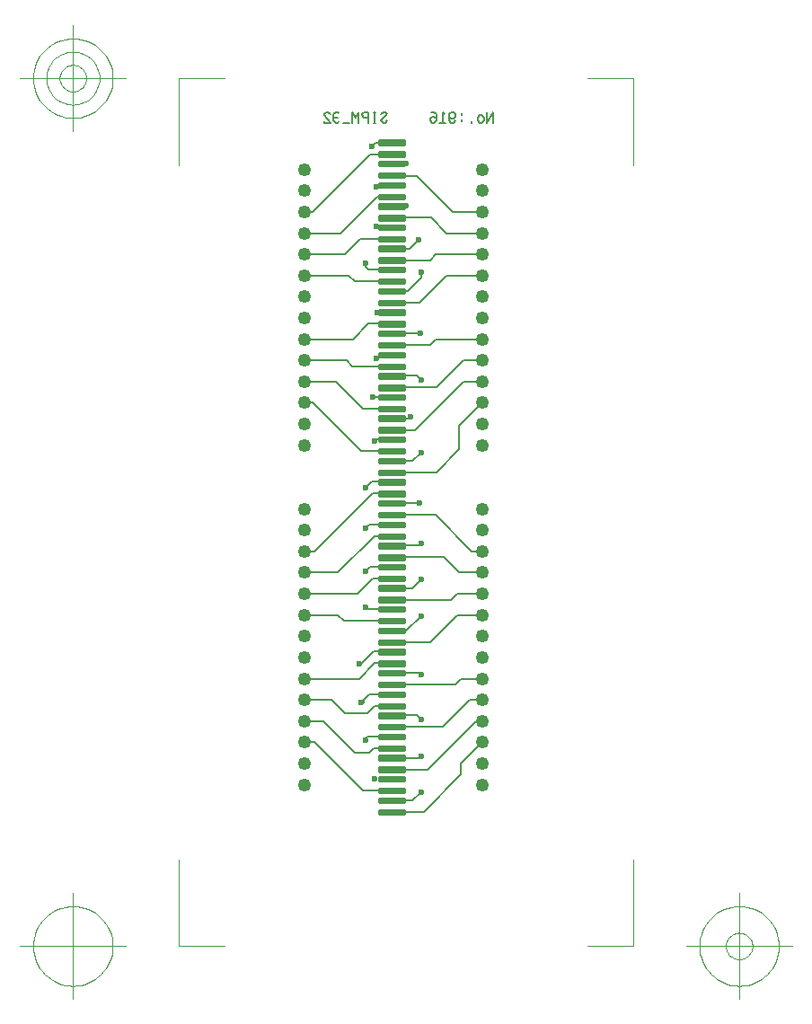
<source format=gbr>
G04 Generated by Ultiboard *
%FSLAX25Y25*%
%MOMM*%

%ADD10C,0.20000*%
%ADD11C,0.10000*%
%ADD12C,0.60000*%
%ADD13C,1.25000*%
%ADD14R,2.20000X0.20000*%
%ADD15C,0.40000*%


%LNCopper Bottom*%
%LPD*%
%FSLAX25Y25*%
%MOMM*%
G54D10*
X925000Y6585000D02*
X380000Y6040000D01*
X1700000Y6040000D02*
X1360000Y6380000D01*
X1360000Y6380000D02*
X1125000Y6380000D01*
X1125000Y6380000D02*
X1120000Y6385000D01*
X1535000Y3185000D02*
X1880000Y2840000D01*
X945000Y3385000D02*
X400000Y2840000D01*
X1120000Y3185000D02*
X1535000Y3185000D01*
X1425000Y385000D02*
X1780000Y740000D01*
X1605000Y1185000D02*
X1860000Y1440000D01*
X1120000Y1585000D02*
X1725000Y1585000D01*
X1615000Y2785000D02*
X1760000Y2640000D01*
X1485000Y1985000D02*
X1740000Y2240000D01*
X1465000Y785000D02*
X1680000Y1000000D01*
X1120000Y1185000D02*
X1605000Y1185000D01*
X1120000Y2385000D02*
X1685000Y2385000D01*
X1120000Y2785000D02*
X1615000Y2785000D01*
X910000Y940000D02*
X780000Y940000D01*
X780000Y940000D02*
X480000Y1240000D01*
X855000Y585000D02*
X560000Y880000D01*
X892700Y1312700D02*
X687300Y1312700D01*
X560000Y880000D02*
X400000Y1040000D01*
X400000Y1040000D02*
X300000Y1040000D01*
X560000Y1440000D02*
X300000Y1440000D01*
X480000Y1240000D02*
X300000Y1240000D01*
X687300Y1312700D02*
X560000Y1440000D01*
X1120000Y785000D02*
X1465000Y785000D01*
X1120000Y495000D02*
X1322600Y495000D01*
X1120000Y385000D02*
X1425000Y385000D01*
X1120000Y585000D02*
X855000Y585000D01*
X1322600Y495000D02*
X1400000Y572400D01*
X1120000Y895000D02*
X1382600Y895000D01*
X1120000Y1295000D02*
X1357400Y1295000D01*
X1120000Y1095000D02*
X895000Y1095000D01*
X955000Y985000D02*
X910000Y940000D01*
X1120000Y985000D02*
X955000Y985000D01*
X880000Y1080000D02*
X880000Y1060000D01*
X895000Y1095000D02*
X880000Y1080000D01*
X965000Y1385000D02*
X892700Y1312700D01*
X1120000Y1385000D02*
X965000Y1385000D01*
X915000Y1495000D02*
X860000Y1440000D01*
X915000Y1495000D02*
X1120000Y1495000D01*
X860000Y1440000D02*
X860000Y1420000D01*
X1382600Y895000D02*
X1400000Y912400D01*
X1357400Y1295000D02*
X1400000Y1252400D01*
X965000Y1785000D02*
X820000Y1640000D01*
X820000Y1640000D02*
X300000Y1640000D01*
X840000Y1780000D02*
X820000Y1780000D01*
X1120000Y2185000D02*
X675000Y2185000D01*
X945000Y2585000D02*
X800000Y2440000D01*
X800000Y2440000D02*
X300000Y2440000D01*
X965000Y2985000D02*
X620000Y2640000D01*
X620000Y2240000D02*
X300000Y2240000D01*
X675000Y2185000D02*
X620000Y2240000D01*
X400000Y2840000D02*
X300000Y2840000D01*
X620000Y2640000D02*
X300000Y2640000D01*
X1120000Y1695000D02*
X1385000Y1695000D01*
X1120000Y1985000D02*
X1485000Y1985000D01*
X1120000Y2095000D02*
X1262600Y2095000D01*
X955000Y1895000D02*
X840000Y1780000D01*
X1120000Y1785000D02*
X965000Y1785000D01*
X1120000Y1895000D02*
X955000Y1895000D01*
X1120000Y2295000D02*
X897400Y2295000D01*
X897400Y2295000D02*
X880000Y2312400D01*
X1385000Y1695000D02*
X1400000Y1680000D01*
X1262600Y2095000D02*
X1400000Y2232400D01*
X1120000Y2495000D02*
X1322600Y2495000D01*
X1120000Y2895000D02*
X1382600Y2895000D01*
X922600Y2695000D02*
X1120000Y2695000D01*
X922600Y2695000D02*
X880000Y2652400D01*
X1120000Y2585000D02*
X945000Y2585000D01*
X1120000Y3095000D02*
X915000Y3095000D01*
X915000Y3095000D02*
X880000Y3060000D01*
X1120000Y2985000D02*
X965000Y2985000D01*
X1322600Y2495000D02*
X1400000Y2572400D01*
X1382600Y2895000D02*
X1400000Y2912400D01*
X1725000Y1585000D02*
X1780000Y1640000D01*
X1780000Y740000D02*
X1780000Y840000D01*
X1780000Y840000D02*
X1980000Y1040000D01*
X1860000Y1440000D02*
X1980000Y1440000D01*
X1920000Y1240000D02*
X1980000Y1240000D01*
X1680000Y1000000D02*
X1920000Y1240000D01*
X1685000Y2385000D02*
X1740000Y2440000D01*
X1740000Y2240000D02*
X1980000Y2240000D01*
X1780000Y1640000D02*
X1980000Y1640000D01*
X1760000Y2640000D02*
X1980000Y2640000D01*
X1740000Y2440000D02*
X1980000Y2440000D01*
X1880000Y2840000D02*
X1980000Y2840000D01*
X1980000Y5640000D02*
X1540000Y5640000D01*
X1540000Y4840000D02*
X1980000Y4840000D01*
X1345000Y3985000D02*
X1800000Y4440000D01*
X1545000Y4385000D02*
X1800000Y4640000D01*
X1545000Y3585000D02*
X1760000Y3800000D01*
X1640000Y5840000D02*
X1495000Y5985000D01*
X1385000Y5185000D02*
X1640000Y5440000D01*
X1120000Y4785000D02*
X1485000Y4785000D01*
X1485000Y4785000D02*
X1540000Y4840000D01*
X755000Y4585000D02*
X1120000Y4585000D01*
X600000Y4440000D02*
X855000Y4185000D01*
X380000Y4240000D02*
X835000Y3785000D01*
X380000Y4240000D02*
X300000Y4240000D01*
X300000Y4640000D02*
X700000Y4640000D01*
X300000Y4440000D02*
X600000Y4440000D01*
X700000Y4640000D02*
X755000Y4585000D01*
X1120000Y3985000D02*
X1345000Y3985000D01*
X1120000Y3295000D02*
X1385000Y3295000D01*
X1120000Y3585000D02*
X1545000Y3585000D01*
X1120000Y3695000D02*
X1322600Y3695000D01*
X935000Y3495000D02*
X880000Y3440000D01*
X1120000Y3385000D02*
X945000Y3385000D01*
X1120000Y3495000D02*
X935000Y3495000D01*
X835000Y3785000D02*
X1120000Y3785000D01*
X975000Y3895000D02*
X960000Y3880000D01*
X1120000Y3895000D02*
X975000Y3895000D01*
X1322600Y3695000D02*
X1400000Y3772400D01*
X1120000Y4095000D02*
X1282600Y4095000D01*
X1120000Y4495000D02*
X1357400Y4495000D01*
X1120000Y4385000D02*
X1545000Y4385000D01*
X855000Y4185000D02*
X1120000Y4185000D01*
X1120000Y4295000D02*
X945000Y4295000D01*
X1282600Y4095000D02*
X1300000Y4112400D01*
X1357400Y4495000D02*
X1400000Y4452400D01*
X760000Y4840000D02*
X905000Y4985000D01*
X985000Y6185000D02*
X640000Y5840000D01*
X825000Y5785000D02*
X1120000Y5785000D01*
X775000Y5385000D02*
X1120000Y5385000D01*
X720000Y5440000D02*
X775000Y5385000D01*
X680000Y5640000D02*
X825000Y5785000D01*
X300000Y4840000D02*
X760000Y4840000D01*
X300000Y5440000D02*
X720000Y5440000D01*
X640000Y5840000D02*
X300000Y5840000D01*
X300000Y5640000D02*
X680000Y5640000D01*
X380000Y6040000D02*
X300000Y6040000D01*
X1485000Y5585000D02*
X1120000Y5585000D01*
X1540000Y5640000D02*
X1485000Y5585000D01*
X1120000Y4895000D02*
X1395000Y4895000D01*
X1120000Y5185000D02*
X1385000Y5185000D01*
X1120000Y5295000D02*
X1275000Y5295000D01*
X905000Y4985000D02*
X1120000Y4985000D01*
X1120000Y5095000D02*
X985000Y5095000D01*
X905000Y5495000D02*
X1120000Y5495000D01*
X905000Y5495000D02*
X880000Y5520000D01*
X880000Y5520000D02*
X880000Y5552400D01*
X1275000Y5295000D02*
X1400000Y5420000D01*
X1400000Y5420000D02*
X1400000Y5472400D01*
X1295000Y5695000D02*
X1120000Y5695000D01*
X1495000Y5985000D02*
X1120000Y5985000D01*
X1120000Y6185000D02*
X985000Y6185000D01*
X1380000Y5780000D02*
X1295000Y5695000D01*
X1760000Y4020000D02*
X1980000Y4240000D01*
X1760000Y3800000D02*
X1760000Y4020000D01*
X1800000Y4640000D02*
X1980000Y4640000D01*
X1800000Y4440000D02*
X1980000Y4440000D01*
X1640000Y5440000D02*
X1980000Y5440000D01*
X1640000Y5840000D02*
X1980000Y5840000D01*
X1700000Y6040000D02*
X1980000Y6040000D01*
X2083645Y6880000D02*
X2083645Y6980000D01*
X2083645Y6980000D02*
X2023911Y6880000D01*
X2023911Y6880000D02*
X2023911Y6980000D01*
X1994045Y6900000D02*
X1974133Y6880000D01*
X1974133Y6880000D02*
X1954222Y6880000D01*
X1954222Y6880000D02*
X1934311Y6900000D01*
X1934311Y6900000D02*
X1934311Y6930000D01*
X1934311Y6930000D02*
X1954222Y6950000D01*
X1954222Y6950000D02*
X1974133Y6950000D01*
X1974133Y6950000D02*
X1994045Y6930000D01*
X1994045Y6930000D02*
X1994045Y6900000D01*
X1874578Y6880000D02*
X1874578Y6890000D01*
X1784978Y6970000D02*
X1784978Y6950000D01*
X1784978Y6890000D02*
X1784978Y6910000D01*
X1725245Y6900000D02*
X1705333Y6880000D01*
X1705333Y6880000D02*
X1685422Y6880000D01*
X1685422Y6880000D02*
X1665511Y6900000D01*
X1665511Y6900000D02*
X1665511Y6940000D01*
X1665511Y6940000D02*
X1665511Y6960000D01*
X1665511Y6960000D02*
X1685422Y6980000D01*
X1685422Y6980000D02*
X1705333Y6980000D01*
X1705333Y6980000D02*
X1725245Y6960000D01*
X1725245Y6960000D02*
X1725245Y6940000D01*
X1725245Y6940000D02*
X1705333Y6920000D01*
X1705333Y6920000D02*
X1685422Y6920000D01*
X1685422Y6920000D02*
X1665511Y6940000D01*
X1625689Y6960000D02*
X1605778Y6980000D01*
X1605778Y6980000D02*
X1605778Y6880000D01*
X1635645Y6880000D02*
X1575911Y6880000D01*
X1496267Y6980000D02*
X1526133Y6980000D01*
X1526133Y6980000D02*
X1546045Y6960000D01*
X1546045Y6960000D02*
X1546045Y6920000D01*
X1546045Y6920000D02*
X1546045Y6900000D01*
X1546045Y6900000D02*
X1526133Y6880000D01*
X1526133Y6880000D02*
X1506222Y6880000D01*
X1506222Y6880000D02*
X1486311Y6900000D01*
X1486311Y6900000D02*
X1486311Y6920000D01*
X1486311Y6920000D02*
X1506222Y6940000D01*
X1506222Y6940000D02*
X1526133Y6940000D01*
X1526133Y6940000D02*
X1546045Y6920000D01*
X1083645Y6900000D02*
X1063733Y6880000D01*
X1063733Y6880000D02*
X1043822Y6880000D01*
X1043822Y6880000D02*
X1023911Y6900000D01*
X1023911Y6900000D02*
X1083645Y6960000D01*
X1083645Y6960000D02*
X1063733Y6980000D01*
X1063733Y6980000D02*
X1043822Y6980000D01*
X1043822Y6980000D02*
X1023911Y6960000D01*
X974133Y6880000D02*
X954222Y6880000D01*
X974133Y6980000D02*
X954222Y6980000D01*
X964178Y6880000D02*
X964178Y6980000D01*
X904445Y6880000D02*
X904445Y6980000D01*
X904445Y6980000D02*
X864622Y6980000D01*
X864622Y6980000D02*
X844711Y6960000D01*
X844711Y6960000D02*
X844711Y6950000D01*
X844711Y6950000D02*
X864622Y6930000D01*
X864622Y6930000D02*
X904445Y6930000D01*
X814845Y6880000D02*
X814845Y6980000D01*
X814845Y6980000D02*
X784978Y6930000D01*
X784978Y6930000D02*
X755111Y6980000D01*
X755111Y6980000D02*
X755111Y6880000D01*
X725245Y6880000D02*
X665511Y6880000D01*
X625689Y6970000D02*
X615733Y6980000D01*
X615733Y6980000D02*
X595822Y6980000D01*
X595822Y6980000D02*
X575911Y6960000D01*
X575911Y6960000D02*
X575911Y6940000D01*
X575911Y6940000D02*
X585867Y6930000D01*
X585867Y6930000D02*
X575911Y6920000D01*
X575911Y6920000D02*
X575911Y6900000D01*
X575911Y6900000D02*
X595822Y6880000D01*
X595822Y6880000D02*
X615733Y6880000D01*
X615733Y6880000D02*
X625689Y6890000D01*
X615733Y6930000D02*
X585867Y6930000D01*
X546045Y6960000D02*
X526133Y6980000D01*
X526133Y6980000D02*
X506222Y6980000D01*
X506222Y6980000D02*
X486311Y6960000D01*
X486311Y6960000D02*
X486311Y6950000D01*
X486311Y6950000D02*
X546045Y6880000D01*
X546045Y6880000D02*
X486311Y6880000D01*
X486311Y6880000D02*
X486311Y6890000D01*
X940000Y6660000D02*
X975000Y6695000D01*
X1120000Y6585000D02*
X925000Y6585000D01*
X1120000Y6695000D02*
X975000Y6695000D01*
G54D11*
X-880000Y-880000D02*
X-880000Y-62000D01*
X-880000Y-880000D02*
X-452000Y-880000D01*
X3400000Y-880000D02*
X2972000Y-880000D01*
X3400000Y-880000D02*
X3400000Y-62000D01*
X3400000Y7300000D02*
X3400000Y6482000D01*
X3400000Y7300000D02*
X2972000Y7300000D01*
X-880000Y7300000D02*
X-452000Y7300000D01*
X-880000Y7300000D02*
X-880000Y6482000D01*
X-1380000Y-880000D02*
X-2380000Y-880000D01*
X-1880000Y-1380000D02*
X-1880000Y-380000D01*
X-1505000Y-880000D02*
X-1506806Y-843244D01*
X-1506806Y-843244D02*
X-1512206Y-806841D01*
X-1512206Y-806841D02*
X-1521147Y-771143D01*
X-1521147Y-771143D02*
X-1533545Y-736494D01*
X-1533545Y-736494D02*
X-1549280Y-703226D01*
X-1549280Y-703226D02*
X-1568199Y-671661D01*
X-1568199Y-671661D02*
X-1590121Y-642103D01*
X-1590121Y-642103D02*
X-1614835Y-614835D01*
X-1614835Y-614835D02*
X-1642103Y-590121D01*
X-1642103Y-590121D02*
X-1671661Y-568199D01*
X-1671661Y-568199D02*
X-1703226Y-549280D01*
X-1703226Y-549280D02*
X-1736494Y-533545D01*
X-1736494Y-533545D02*
X-1771143Y-521147D01*
X-1771143Y-521147D02*
X-1806841Y-512206D01*
X-1806841Y-512206D02*
X-1843244Y-506806D01*
X-1843244Y-506806D02*
X-1880000Y-505000D01*
X-1880000Y-505000D02*
X-1916756Y-506806D01*
X-1916756Y-506806D02*
X-1953159Y-512206D01*
X-1953159Y-512206D02*
X-1988857Y-521147D01*
X-1988857Y-521147D02*
X-2023506Y-533545D01*
X-2023506Y-533545D02*
X-2056774Y-549280D01*
X-2056774Y-549280D02*
X-2088339Y-568199D01*
X-2088339Y-568199D02*
X-2117897Y-590121D01*
X-2117897Y-590121D02*
X-2145165Y-614835D01*
X-2145165Y-614835D02*
X-2169879Y-642103D01*
X-2169879Y-642103D02*
X-2191801Y-671661D01*
X-2191801Y-671661D02*
X-2210720Y-703226D01*
X-2210720Y-703226D02*
X-2226455Y-736494D01*
X-2226455Y-736494D02*
X-2238853Y-771143D01*
X-2238853Y-771143D02*
X-2247794Y-806841D01*
X-2247794Y-806841D02*
X-2253194Y-843244D01*
X-2253194Y-843244D02*
X-2255000Y-880000D01*
X-2255000Y-880000D02*
X-2253194Y-916756D01*
X-2253194Y-916756D02*
X-2247794Y-953159D01*
X-2247794Y-953159D02*
X-2238853Y-988857D01*
X-2238853Y-988857D02*
X-2226455Y-1023506D01*
X-2226455Y-1023506D02*
X-2210720Y-1056774D01*
X-2210720Y-1056774D02*
X-2191801Y-1088339D01*
X-2191801Y-1088339D02*
X-2169879Y-1117897D01*
X-2169879Y-1117897D02*
X-2145165Y-1145165D01*
X-2145165Y-1145165D02*
X-2117897Y-1169879D01*
X-2117897Y-1169879D02*
X-2088339Y-1191801D01*
X-2088339Y-1191801D02*
X-2056774Y-1210720D01*
X-2056774Y-1210720D02*
X-2023506Y-1226455D01*
X-2023506Y-1226455D02*
X-1988857Y-1238853D01*
X-1988857Y-1238853D02*
X-1953159Y-1247794D01*
X-1953159Y-1247794D02*
X-1916756Y-1253194D01*
X-1916756Y-1253194D02*
X-1880000Y-1255000D01*
X-1880000Y-1255000D02*
X-1843244Y-1253194D01*
X-1843244Y-1253194D02*
X-1806841Y-1247794D01*
X-1806841Y-1247794D02*
X-1771143Y-1238853D01*
X-1771143Y-1238853D02*
X-1736494Y-1226455D01*
X-1736494Y-1226455D02*
X-1703226Y-1210720D01*
X-1703226Y-1210720D02*
X-1671661Y-1191801D01*
X-1671661Y-1191801D02*
X-1642103Y-1169879D01*
X-1642103Y-1169879D02*
X-1614835Y-1145165D01*
X-1614835Y-1145165D02*
X-1590121Y-1117897D01*
X-1590121Y-1117897D02*
X-1568199Y-1088339D01*
X-1568199Y-1088339D02*
X-1549280Y-1056774D01*
X-1549280Y-1056774D02*
X-1533545Y-1023506D01*
X-1533545Y-1023506D02*
X-1521147Y-988857D01*
X-1521147Y-988857D02*
X-1512206Y-953159D01*
X-1512206Y-953159D02*
X-1506806Y-916756D01*
X-1506806Y-916756D02*
X-1505000Y-880000D01*
X3900000Y-880000D02*
X4900000Y-880000D01*
X4400000Y-1380000D02*
X4400000Y-380000D01*
X4775000Y-880000D02*
X4773194Y-843244D01*
X4773194Y-843244D02*
X4767795Y-806841D01*
X4767795Y-806841D02*
X4758853Y-771143D01*
X4758853Y-771143D02*
X4746455Y-736494D01*
X4746455Y-736494D02*
X4730721Y-703226D01*
X4730721Y-703226D02*
X4711801Y-671661D01*
X4711801Y-671661D02*
X4689879Y-642103D01*
X4689879Y-642103D02*
X4665165Y-614835D01*
X4665165Y-614835D02*
X4637898Y-590121D01*
X4637898Y-590121D02*
X4608339Y-568199D01*
X4608339Y-568199D02*
X4576774Y-549280D01*
X4576774Y-549280D02*
X4543506Y-533545D01*
X4543506Y-533545D02*
X4508857Y-521147D01*
X4508857Y-521147D02*
X4473159Y-512206D01*
X4473159Y-512206D02*
X4436757Y-506806D01*
X4436757Y-506806D02*
X4400000Y-505000D01*
X4400000Y-505000D02*
X4363244Y-506806D01*
X4363244Y-506806D02*
X4326841Y-512206D01*
X4326841Y-512206D02*
X4291143Y-521147D01*
X4291143Y-521147D02*
X4256494Y-533545D01*
X4256494Y-533545D02*
X4223226Y-549280D01*
X4223226Y-549280D02*
X4191661Y-568199D01*
X4191661Y-568199D02*
X4162103Y-590121D01*
X4162103Y-590121D02*
X4134835Y-614835D01*
X4134835Y-614835D02*
X4110121Y-642103D01*
X4110121Y-642103D02*
X4088199Y-671661D01*
X4088199Y-671661D02*
X4069280Y-703226D01*
X4069280Y-703226D02*
X4053545Y-736494D01*
X4053545Y-736494D02*
X4041148Y-771143D01*
X4041148Y-771143D02*
X4032206Y-806841D01*
X4032206Y-806841D02*
X4026806Y-843244D01*
X4026806Y-843244D02*
X4025000Y-880000D01*
X4025000Y-880000D02*
X4026806Y-916756D01*
X4026806Y-916756D02*
X4032206Y-953159D01*
X4032206Y-953159D02*
X4041148Y-988857D01*
X4041148Y-988857D02*
X4053545Y-1023506D01*
X4053545Y-1023506D02*
X4069280Y-1056774D01*
X4069280Y-1056774D02*
X4088199Y-1088339D01*
X4088199Y-1088339D02*
X4110121Y-1117897D01*
X4110121Y-1117897D02*
X4134835Y-1145165D01*
X4134835Y-1145165D02*
X4162103Y-1169879D01*
X4162103Y-1169879D02*
X4191661Y-1191801D01*
X4191661Y-1191801D02*
X4223226Y-1210720D01*
X4223226Y-1210720D02*
X4256494Y-1226455D01*
X4256494Y-1226455D02*
X4291143Y-1238853D01*
X4291143Y-1238853D02*
X4326841Y-1247794D01*
X4326841Y-1247794D02*
X4363244Y-1253194D01*
X4363244Y-1253194D02*
X4400000Y-1255000D01*
X4400000Y-1255000D02*
X4436757Y-1253194D01*
X4436757Y-1253194D02*
X4473159Y-1247794D01*
X4473159Y-1247794D02*
X4508857Y-1238853D01*
X4508857Y-1238853D02*
X4543506Y-1226455D01*
X4543506Y-1226455D02*
X4576774Y-1210720D01*
X4576774Y-1210720D02*
X4608339Y-1191801D01*
X4608339Y-1191801D02*
X4637898Y-1169879D01*
X4637898Y-1169879D02*
X4665165Y-1145165D01*
X4665165Y-1145165D02*
X4689879Y-1117897D01*
X4689879Y-1117897D02*
X4711801Y-1088339D01*
X4711801Y-1088339D02*
X4730721Y-1056774D01*
X4730721Y-1056774D02*
X4746455Y-1023506D01*
X4746455Y-1023506D02*
X4758853Y-988857D01*
X4758853Y-988857D02*
X4767795Y-953159D01*
X4767795Y-953159D02*
X4773194Y-916756D01*
X4773194Y-916756D02*
X4775000Y-880000D01*
X4525000Y-880000D02*
X4524398Y-867748D01*
X4524398Y-867748D02*
X4522598Y-855614D01*
X4522598Y-855614D02*
X4519618Y-843715D01*
X4519618Y-843715D02*
X4515485Y-832165D01*
X4515485Y-832165D02*
X4510240Y-821076D01*
X4510240Y-821076D02*
X4503934Y-810554D01*
X4503934Y-810554D02*
X4496626Y-800701D01*
X4496626Y-800701D02*
X4488388Y-791612D01*
X4488388Y-791612D02*
X4479299Y-783374D01*
X4479299Y-783374D02*
X4469446Y-776066D01*
X4469446Y-776066D02*
X4458925Y-769760D01*
X4458925Y-769760D02*
X4447836Y-764515D01*
X4447836Y-764515D02*
X4436286Y-760383D01*
X4436286Y-760383D02*
X4424386Y-757402D01*
X4424386Y-757402D02*
X4412252Y-755602D01*
X4412252Y-755602D02*
X4400000Y-755000D01*
X4400000Y-755000D02*
X4387748Y-755602D01*
X4387748Y-755602D02*
X4375614Y-757402D01*
X4375614Y-757402D02*
X4363715Y-760383D01*
X4363715Y-760383D02*
X4352165Y-764515D01*
X4352165Y-764515D02*
X4341076Y-769760D01*
X4341076Y-769760D02*
X4330554Y-776066D01*
X4330554Y-776066D02*
X4320701Y-783374D01*
X4320701Y-783374D02*
X4311612Y-791612D01*
X4311612Y-791612D02*
X4303374Y-800701D01*
X4303374Y-800701D02*
X4296066Y-810554D01*
X4296066Y-810554D02*
X4289760Y-821076D01*
X4289760Y-821076D02*
X4284515Y-832165D01*
X4284515Y-832165D02*
X4280383Y-843715D01*
X4280383Y-843715D02*
X4277402Y-855614D01*
X4277402Y-855614D02*
X4275602Y-867748D01*
X4275602Y-867748D02*
X4275000Y-880000D01*
X4275000Y-880000D02*
X4275602Y-892252D01*
X4275602Y-892252D02*
X4277402Y-904386D01*
X4277402Y-904386D02*
X4280383Y-916286D01*
X4280383Y-916286D02*
X4284515Y-927835D01*
X4284515Y-927835D02*
X4289760Y-938925D01*
X4289760Y-938925D02*
X4296066Y-949446D01*
X4296066Y-949446D02*
X4303374Y-959299D01*
X4303374Y-959299D02*
X4311612Y-968388D01*
X4311612Y-968388D02*
X4320701Y-976626D01*
X4320701Y-976626D02*
X4330554Y-983934D01*
X4330554Y-983934D02*
X4341076Y-990240D01*
X4341076Y-990240D02*
X4352165Y-995485D01*
X4352165Y-995485D02*
X4363715Y-999618D01*
X4363715Y-999618D02*
X4375614Y-1002598D01*
X4375614Y-1002598D02*
X4387748Y-1004398D01*
X4387748Y-1004398D02*
X4400000Y-1005000D01*
X4400000Y-1005000D02*
X4412252Y-1004398D01*
X4412252Y-1004398D02*
X4424386Y-1002598D01*
X4424386Y-1002598D02*
X4436286Y-999618D01*
X4436286Y-999618D02*
X4447836Y-995485D01*
X4447836Y-995485D02*
X4458925Y-990240D01*
X4458925Y-990240D02*
X4469446Y-983934D01*
X4469446Y-983934D02*
X4479299Y-976626D01*
X4479299Y-976626D02*
X4488388Y-968388D01*
X4488388Y-968388D02*
X4496626Y-959299D01*
X4496626Y-959299D02*
X4503934Y-949446D01*
X4503934Y-949446D02*
X4510240Y-938925D01*
X4510240Y-938925D02*
X4515485Y-927835D01*
X4515485Y-927835D02*
X4519618Y-916286D01*
X4519618Y-916286D02*
X4522598Y-904386D01*
X4522598Y-904386D02*
X4524398Y-892252D01*
X4524398Y-892252D02*
X4525000Y-880000D01*
X-1380000Y7300000D02*
X-2380000Y7300000D01*
X-1880000Y6800000D02*
X-1880000Y7800000D01*
X-1505000Y7300000D02*
X-1506806Y7336757D01*
X-1506806Y7336757D02*
X-1512206Y7373159D01*
X-1512206Y7373159D02*
X-1521147Y7408857D01*
X-1521147Y7408857D02*
X-1533545Y7443506D01*
X-1533545Y7443506D02*
X-1549280Y7476774D01*
X-1549280Y7476774D02*
X-1568199Y7508339D01*
X-1568199Y7508339D02*
X-1590121Y7537898D01*
X-1590121Y7537898D02*
X-1614835Y7565165D01*
X-1614835Y7565165D02*
X-1642103Y7589879D01*
X-1642103Y7589879D02*
X-1671661Y7611801D01*
X-1671661Y7611801D02*
X-1703226Y7630721D01*
X-1703226Y7630721D02*
X-1736494Y7646455D01*
X-1736494Y7646455D02*
X-1771143Y7658853D01*
X-1771143Y7658853D02*
X-1806841Y7667795D01*
X-1806841Y7667795D02*
X-1843244Y7673194D01*
X-1843244Y7673194D02*
X-1880000Y7675000D01*
X-1880000Y7675000D02*
X-1916756Y7673194D01*
X-1916756Y7673194D02*
X-1953159Y7667795D01*
X-1953159Y7667795D02*
X-1988857Y7658853D01*
X-1988857Y7658853D02*
X-2023506Y7646455D01*
X-2023506Y7646455D02*
X-2056774Y7630721D01*
X-2056774Y7630721D02*
X-2088339Y7611801D01*
X-2088339Y7611801D02*
X-2117897Y7589879D01*
X-2117897Y7589879D02*
X-2145165Y7565165D01*
X-2145165Y7565165D02*
X-2169879Y7537898D01*
X-2169879Y7537898D02*
X-2191801Y7508339D01*
X-2191801Y7508339D02*
X-2210720Y7476774D01*
X-2210720Y7476774D02*
X-2226455Y7443506D01*
X-2226455Y7443506D02*
X-2238853Y7408857D01*
X-2238853Y7408857D02*
X-2247794Y7373159D01*
X-2247794Y7373159D02*
X-2253194Y7336757D01*
X-2253194Y7336757D02*
X-2255000Y7300000D01*
X-2255000Y7300000D02*
X-2253194Y7263244D01*
X-2253194Y7263244D02*
X-2247794Y7226841D01*
X-2247794Y7226841D02*
X-2238853Y7191143D01*
X-2238853Y7191143D02*
X-2226455Y7156494D01*
X-2226455Y7156494D02*
X-2210720Y7123226D01*
X-2210720Y7123226D02*
X-2191801Y7091661D01*
X-2191801Y7091661D02*
X-2169879Y7062103D01*
X-2169879Y7062103D02*
X-2145165Y7034835D01*
X-2145165Y7034835D02*
X-2117897Y7010121D01*
X-2117897Y7010121D02*
X-2088339Y6988199D01*
X-2088339Y6988199D02*
X-2056774Y6969280D01*
X-2056774Y6969280D02*
X-2023506Y6953545D01*
X-2023506Y6953545D02*
X-1988857Y6941148D01*
X-1988857Y6941148D02*
X-1953159Y6932206D01*
X-1953159Y6932206D02*
X-1916756Y6926806D01*
X-1916756Y6926806D02*
X-1880000Y6925000D01*
X-1880000Y6925000D02*
X-1843244Y6926806D01*
X-1843244Y6926806D02*
X-1806841Y6932206D01*
X-1806841Y6932206D02*
X-1771143Y6941148D01*
X-1771143Y6941148D02*
X-1736494Y6953545D01*
X-1736494Y6953545D02*
X-1703226Y6969280D01*
X-1703226Y6969280D02*
X-1671661Y6988199D01*
X-1671661Y6988199D02*
X-1642103Y7010121D01*
X-1642103Y7010121D02*
X-1614835Y7034835D01*
X-1614835Y7034835D02*
X-1590121Y7062103D01*
X-1590121Y7062103D02*
X-1568199Y7091661D01*
X-1568199Y7091661D02*
X-1549280Y7123226D01*
X-1549280Y7123226D02*
X-1533545Y7156494D01*
X-1533545Y7156494D02*
X-1521147Y7191143D01*
X-1521147Y7191143D02*
X-1512206Y7226841D01*
X-1512206Y7226841D02*
X-1506806Y7263244D01*
X-1506806Y7263244D02*
X-1505000Y7300000D01*
X-1630000Y7300000D02*
X-1631204Y7324504D01*
X-1631204Y7324504D02*
X-1634804Y7348773D01*
X-1634804Y7348773D02*
X-1640765Y7372571D01*
X-1640765Y7372571D02*
X-1649030Y7395671D01*
X-1649030Y7395671D02*
X-1659520Y7417849D01*
X-1659520Y7417849D02*
X-1672133Y7438893D01*
X-1672133Y7438893D02*
X-1686747Y7458598D01*
X-1686747Y7458598D02*
X-1703223Y7476777D01*
X-1703223Y7476777D02*
X-1721402Y7493253D01*
X-1721402Y7493253D02*
X-1741108Y7507868D01*
X-1741108Y7507868D02*
X-1762151Y7520480D01*
X-1762151Y7520480D02*
X-1784329Y7530970D01*
X-1784329Y7530970D02*
X-1807429Y7539235D01*
X-1807429Y7539235D02*
X-1831228Y7545196D01*
X-1831228Y7545196D02*
X-1855496Y7548796D01*
X-1855496Y7548796D02*
X-1880000Y7550000D01*
X-1880000Y7550000D02*
X-1904504Y7548796D01*
X-1904504Y7548796D02*
X-1928773Y7545196D01*
X-1928773Y7545196D02*
X-1952571Y7539235D01*
X-1952571Y7539235D02*
X-1975671Y7530970D01*
X-1975671Y7530970D02*
X-1997849Y7520480D01*
X-1997849Y7520480D02*
X-2018893Y7507868D01*
X-2018893Y7507868D02*
X-2038598Y7493253D01*
X-2038598Y7493253D02*
X-2056777Y7476777D01*
X-2056777Y7476777D02*
X-2073253Y7458598D01*
X-2073253Y7458598D02*
X-2087867Y7438893D01*
X-2087867Y7438893D02*
X-2100480Y7417849D01*
X-2100480Y7417849D02*
X-2110970Y7395671D01*
X-2110970Y7395671D02*
X-2119235Y7372571D01*
X-2119235Y7372571D02*
X-2125196Y7348773D01*
X-2125196Y7348773D02*
X-2128796Y7324504D01*
X-2128796Y7324504D02*
X-2130000Y7300000D01*
X-2130000Y7300000D02*
X-2128796Y7275496D01*
X-2128796Y7275496D02*
X-2125196Y7251228D01*
X-2125196Y7251228D02*
X-2119235Y7227429D01*
X-2119235Y7227429D02*
X-2110970Y7204329D01*
X-2110970Y7204329D02*
X-2100480Y7182151D01*
X-2100480Y7182151D02*
X-2087867Y7161108D01*
X-2087867Y7161108D02*
X-2073253Y7141402D01*
X-2073253Y7141402D02*
X-2056777Y7123223D01*
X-2056777Y7123223D02*
X-2038598Y7106748D01*
X-2038598Y7106748D02*
X-2018893Y7092133D01*
X-2018893Y7092133D02*
X-1997849Y7079520D01*
X-1997849Y7079520D02*
X-1975671Y7069030D01*
X-1975671Y7069030D02*
X-1952571Y7060765D01*
X-1952571Y7060765D02*
X-1928773Y7054804D01*
X-1928773Y7054804D02*
X-1904504Y7051204D01*
X-1904504Y7051204D02*
X-1880000Y7050000D01*
X-1880000Y7050000D02*
X-1855496Y7051204D01*
X-1855496Y7051204D02*
X-1831228Y7054804D01*
X-1831228Y7054804D02*
X-1807429Y7060765D01*
X-1807429Y7060765D02*
X-1784329Y7069030D01*
X-1784329Y7069030D02*
X-1762151Y7079520D01*
X-1762151Y7079520D02*
X-1741108Y7092133D01*
X-1741108Y7092133D02*
X-1721402Y7106748D01*
X-1721402Y7106748D02*
X-1703223Y7123223D01*
X-1703223Y7123223D02*
X-1686747Y7141402D01*
X-1686747Y7141402D02*
X-1672133Y7161108D01*
X-1672133Y7161108D02*
X-1659520Y7182151D01*
X-1659520Y7182151D02*
X-1649030Y7204329D01*
X-1649030Y7204329D02*
X-1640765Y7227429D01*
X-1640765Y7227429D02*
X-1634804Y7251228D01*
X-1634804Y7251228D02*
X-1631204Y7275496D01*
X-1631204Y7275496D02*
X-1630000Y7300000D01*
X-1755000Y7300000D02*
X-1755602Y7312252D01*
X-1755602Y7312252D02*
X-1757402Y7324386D01*
X-1757402Y7324386D02*
X-1760383Y7336286D01*
X-1760383Y7336286D02*
X-1764515Y7347836D01*
X-1764515Y7347836D02*
X-1769760Y7358925D01*
X-1769760Y7358925D02*
X-1776066Y7369446D01*
X-1776066Y7369446D02*
X-1783374Y7379299D01*
X-1783374Y7379299D02*
X-1791612Y7388388D01*
X-1791612Y7388388D02*
X-1800701Y7396626D01*
X-1800701Y7396626D02*
X-1810554Y7403934D01*
X-1810554Y7403934D02*
X-1821076Y7410240D01*
X-1821076Y7410240D02*
X-1832165Y7415485D01*
X-1832165Y7415485D02*
X-1843715Y7419618D01*
X-1843715Y7419618D02*
X-1855614Y7422598D01*
X-1855614Y7422598D02*
X-1867748Y7424398D01*
X-1867748Y7424398D02*
X-1880000Y7425000D01*
X-1880000Y7425000D02*
X-1892252Y7424398D01*
X-1892252Y7424398D02*
X-1904386Y7422598D01*
X-1904386Y7422598D02*
X-1916286Y7419618D01*
X-1916286Y7419618D02*
X-1927835Y7415485D01*
X-1927835Y7415485D02*
X-1938925Y7410240D01*
X-1938925Y7410240D02*
X-1949446Y7403934D01*
X-1949446Y7403934D02*
X-1959299Y7396626D01*
X-1959299Y7396626D02*
X-1968388Y7388388D01*
X-1968388Y7388388D02*
X-1976626Y7379299D01*
X-1976626Y7379299D02*
X-1983934Y7369446D01*
X-1983934Y7369446D02*
X-1990240Y7358925D01*
X-1990240Y7358925D02*
X-1995485Y7347836D01*
X-1995485Y7347836D02*
X-1999618Y7336286D01*
X-1999618Y7336286D02*
X-2002598Y7324386D01*
X-2002598Y7324386D02*
X-2004398Y7312252D01*
X-2004398Y7312252D02*
X-2005000Y7300000D01*
X-2005000Y7300000D02*
X-2004398Y7287748D01*
X-2004398Y7287748D02*
X-2002598Y7275614D01*
X-2002598Y7275614D02*
X-1999618Y7263715D01*
X-1999618Y7263715D02*
X-1995485Y7252165D01*
X-1995485Y7252165D02*
X-1990240Y7241076D01*
X-1990240Y7241076D02*
X-1983934Y7230554D01*
X-1983934Y7230554D02*
X-1976626Y7220701D01*
X-1976626Y7220701D02*
X-1968388Y7211612D01*
X-1968388Y7211612D02*
X-1959299Y7203374D01*
X-1959299Y7203374D02*
X-1949446Y7196066D01*
X-1949446Y7196066D02*
X-1938925Y7189760D01*
X-1938925Y7189760D02*
X-1927835Y7184515D01*
X-1927835Y7184515D02*
X-1916286Y7180383D01*
X-1916286Y7180383D02*
X-1904386Y7177402D01*
X-1904386Y7177402D02*
X-1892252Y7175602D01*
X-1892252Y7175602D02*
X-1880000Y7175000D01*
X-1880000Y7175000D02*
X-1867748Y7175602D01*
X-1867748Y7175602D02*
X-1855614Y7177402D01*
X-1855614Y7177402D02*
X-1843715Y7180383D01*
X-1843715Y7180383D02*
X-1832165Y7184515D01*
X-1832165Y7184515D02*
X-1821076Y7189760D01*
X-1821076Y7189760D02*
X-1810554Y7196066D01*
X-1810554Y7196066D02*
X-1800701Y7203374D01*
X-1800701Y7203374D02*
X-1791612Y7211612D01*
X-1791612Y7211612D02*
X-1783374Y7220701D01*
X-1783374Y7220701D02*
X-1776066Y7230554D01*
X-1776066Y7230554D02*
X-1769760Y7241076D01*
X-1769760Y7241076D02*
X-1764515Y7252165D01*
X-1764515Y7252165D02*
X-1760383Y7263715D01*
X-1760383Y7263715D02*
X-1757402Y7275614D01*
X-1757402Y7275614D02*
X-1755602Y7287748D01*
X-1755602Y7287748D02*
X-1755000Y7300000D01*
G54D12*
X840000Y1420000D03*
X960000Y700000D03*
X1400000Y572400D03*
X880000Y1060000D03*
X1400000Y912400D03*
X1400000Y1252400D03*
X820000Y1780000D03*
X880000Y2312400D03*
X1400000Y1680000D03*
X1400000Y2232400D03*
X880000Y2652400D03*
X880000Y3060000D03*
X1400000Y2572400D03*
X1400000Y2912400D03*
X880000Y3440000D03*
X960000Y3880000D03*
X1385000Y3295000D03*
X1400000Y3772400D03*
X945000Y4295000D03*
X980000Y4660000D03*
X1300000Y4112400D03*
X1400000Y4452400D03*
X880000Y5552400D03*
X985000Y5095000D03*
X1395000Y4895000D03*
X1400000Y5472400D03*
X980000Y5900000D03*
X980000Y6280000D03*
X1380000Y5780000D03*
X1260000Y6100000D03*
X940000Y6660000D03*
X1260000Y6500000D03*
G54D13*
X300000Y6440000D03*
X300000Y4840000D03*
X300000Y4040000D03*
X300000Y3840000D03*
X300000Y4440000D03*
X300000Y4240000D03*
X300000Y4640000D03*
X300000Y5640000D03*
X300000Y5240000D03*
X300000Y5040000D03*
X300000Y5440000D03*
X300000Y6040000D03*
X300000Y5840000D03*
X300000Y6240000D03*
X1980000Y6440000D03*
X1980000Y4840000D03*
X1980000Y4040000D03*
X1980000Y3840000D03*
X1980000Y4240000D03*
X1980000Y4640000D03*
X1980000Y4440000D03*
X1980000Y5640000D03*
X1980000Y5040000D03*
X1980000Y5440000D03*
X1980000Y5240000D03*
X1980000Y5840000D03*
X1980000Y6240000D03*
X1980000Y6040000D03*
X300000Y3240000D03*
X300000Y1640000D03*
X300000Y840000D03*
X300000Y640000D03*
X300000Y1240000D03*
X300000Y1040000D03*
X300000Y1440000D03*
X300000Y2440000D03*
X300000Y2040000D03*
X300000Y1840000D03*
X300000Y2240000D03*
X300000Y2840000D03*
X300000Y2640000D03*
X300000Y3040000D03*
X1980000Y3240000D03*
X1980000Y1640000D03*
X1980000Y840000D03*
X1980000Y640000D03*
X1980000Y1040000D03*
X1980000Y1440000D03*
X1980000Y1240000D03*
X1980000Y2440000D03*
X1980000Y1840000D03*
X1980000Y2240000D03*
X1980000Y2040000D03*
X1980000Y2640000D03*
X1980000Y3040000D03*
X1980000Y2840000D03*
G54D14*
X1120000Y6385000D03*
X1120000Y6495000D03*
X1120000Y3185000D03*
X1120000Y3295000D03*
X1120000Y1585000D03*
X1120000Y1695000D03*
X1120000Y785000D03*
X1120000Y895000D03*
X1120000Y585000D03*
X1120000Y695000D03*
X1120000Y385000D03*
X1120000Y495000D03*
X1120000Y985000D03*
X1120000Y1095000D03*
X1120000Y1385000D03*
X1120000Y1495000D03*
X1120000Y1185000D03*
X1120000Y1295000D03*
X1120000Y2385000D03*
X1120000Y2495000D03*
X1120000Y1785000D03*
X1120000Y1895000D03*
X1120000Y2185000D03*
X1120000Y2295000D03*
X1120000Y1985000D03*
X1120000Y2095000D03*
X1120000Y2585000D03*
X1120000Y2695000D03*
X1120000Y2985000D03*
X1120000Y3095000D03*
X1120000Y2785000D03*
X1120000Y2895000D03*
X1120000Y4785000D03*
X1120000Y4895000D03*
X1120000Y3985000D03*
X1120000Y4095000D03*
X1120000Y3385000D03*
X1120000Y3495000D03*
X1120000Y3785000D03*
X1120000Y3895000D03*
X1120000Y3585000D03*
X1120000Y3695000D03*
X1120000Y4185000D03*
X1120000Y4295000D03*
X1120000Y4585000D03*
X1120000Y4695000D03*
X1120000Y4385000D03*
X1120000Y4495000D03*
X1120000Y5585000D03*
X1120000Y5695000D03*
X1120000Y4985000D03*
X1120000Y5095000D03*
X1120000Y5385000D03*
X1120000Y5495000D03*
X1120000Y5185000D03*
X1120000Y5295000D03*
X1120000Y5785000D03*
X1120000Y5895000D03*
X1120000Y6185000D03*
X1120000Y6295000D03*
X1120000Y5985000D03*
X1120000Y6095000D03*
X1120000Y6585000D03*
X1120000Y6695000D03*
G54D15*
X1010000Y6375000D02*
X1230000Y6375000D01*
X1230000Y6395000D01*
X1010000Y6395000D01*
X1010000Y6375000D01*D02*
X1010000Y6485000D02*
X1230000Y6485000D01*
X1230000Y6505000D01*
X1010000Y6505000D01*
X1010000Y6485000D01*D02*
X1010000Y3175000D02*
X1230000Y3175000D01*
X1230000Y3195000D01*
X1010000Y3195000D01*
X1010000Y3175000D01*D02*
X1010000Y3285000D02*
X1230000Y3285000D01*
X1230000Y3305000D01*
X1010000Y3305000D01*
X1010000Y3285000D01*D02*
X1010000Y1575000D02*
X1230000Y1575000D01*
X1230000Y1595000D01*
X1010000Y1595000D01*
X1010000Y1575000D01*D02*
X1010000Y1685000D02*
X1230000Y1685000D01*
X1230000Y1705000D01*
X1010000Y1705000D01*
X1010000Y1685000D01*D02*
X1010000Y775000D02*
X1230000Y775000D01*
X1230000Y795000D01*
X1010000Y795000D01*
X1010000Y775000D01*D02*
X1010000Y885000D02*
X1230000Y885000D01*
X1230000Y905000D01*
X1010000Y905000D01*
X1010000Y885000D01*D02*
X1010000Y575000D02*
X1230000Y575000D01*
X1230000Y595000D01*
X1010000Y595000D01*
X1010000Y575000D01*D02*
X1010000Y685000D02*
X1230000Y685000D01*
X1230000Y705000D01*
X1010000Y705000D01*
X1010000Y685000D01*D02*
X1010000Y375000D02*
X1230000Y375000D01*
X1230000Y395000D01*
X1010000Y395000D01*
X1010000Y375000D01*D02*
X1010000Y485000D02*
X1230000Y485000D01*
X1230000Y505000D01*
X1010000Y505000D01*
X1010000Y485000D01*D02*
X1010000Y975000D02*
X1230000Y975000D01*
X1230000Y995000D01*
X1010000Y995000D01*
X1010000Y975000D01*D02*
X1010000Y1085000D02*
X1230000Y1085000D01*
X1230000Y1105000D01*
X1010000Y1105000D01*
X1010000Y1085000D01*D02*
X1010000Y1375000D02*
X1230000Y1375000D01*
X1230000Y1395000D01*
X1010000Y1395000D01*
X1010000Y1375000D01*D02*
X1010000Y1485000D02*
X1230000Y1485000D01*
X1230000Y1505000D01*
X1010000Y1505000D01*
X1010000Y1485000D01*D02*
X1010000Y1175000D02*
X1230000Y1175000D01*
X1230000Y1195000D01*
X1010000Y1195000D01*
X1010000Y1175000D01*D02*
X1010000Y1285000D02*
X1230000Y1285000D01*
X1230000Y1305000D01*
X1010000Y1305000D01*
X1010000Y1285000D01*D02*
X1010000Y2375000D02*
X1230000Y2375000D01*
X1230000Y2395000D01*
X1010000Y2395000D01*
X1010000Y2375000D01*D02*
X1010000Y2485000D02*
X1230000Y2485000D01*
X1230000Y2505000D01*
X1010000Y2505000D01*
X1010000Y2485000D01*D02*
X1010000Y1775000D02*
X1230000Y1775000D01*
X1230000Y1795000D01*
X1010000Y1795000D01*
X1010000Y1775000D01*D02*
X1010000Y1885000D02*
X1230000Y1885000D01*
X1230000Y1905000D01*
X1010000Y1905000D01*
X1010000Y1885000D01*D02*
X1010000Y2175000D02*
X1230000Y2175000D01*
X1230000Y2195000D01*
X1010000Y2195000D01*
X1010000Y2175000D01*D02*
X1010000Y2285000D02*
X1230000Y2285000D01*
X1230000Y2305000D01*
X1010000Y2305000D01*
X1010000Y2285000D01*D02*
X1010000Y1975000D02*
X1230000Y1975000D01*
X1230000Y1995000D01*
X1010000Y1995000D01*
X1010000Y1975000D01*D02*
X1010000Y2085000D02*
X1230000Y2085000D01*
X1230000Y2105000D01*
X1010000Y2105000D01*
X1010000Y2085000D01*D02*
X1010000Y2575000D02*
X1230000Y2575000D01*
X1230000Y2595000D01*
X1010000Y2595000D01*
X1010000Y2575000D01*D02*
X1010000Y2685000D02*
X1230000Y2685000D01*
X1230000Y2705000D01*
X1010000Y2705000D01*
X1010000Y2685000D01*D02*
X1010000Y2975000D02*
X1230000Y2975000D01*
X1230000Y2995000D01*
X1010000Y2995000D01*
X1010000Y2975000D01*D02*
X1010000Y3085000D02*
X1230000Y3085000D01*
X1230000Y3105000D01*
X1010000Y3105000D01*
X1010000Y3085000D01*D02*
X1010000Y2775000D02*
X1230000Y2775000D01*
X1230000Y2795000D01*
X1010000Y2795000D01*
X1010000Y2775000D01*D02*
X1010000Y2885000D02*
X1230000Y2885000D01*
X1230000Y2905000D01*
X1010000Y2905000D01*
X1010000Y2885000D01*D02*
X1010000Y4775000D02*
X1230000Y4775000D01*
X1230000Y4795000D01*
X1010000Y4795000D01*
X1010000Y4775000D01*D02*
X1010000Y4885000D02*
X1230000Y4885000D01*
X1230000Y4905000D01*
X1010000Y4905000D01*
X1010000Y4885000D01*D02*
X1010000Y3975000D02*
X1230000Y3975000D01*
X1230000Y3995000D01*
X1010000Y3995000D01*
X1010000Y3975000D01*D02*
X1010000Y4085000D02*
X1230000Y4085000D01*
X1230000Y4105000D01*
X1010000Y4105000D01*
X1010000Y4085000D01*D02*
X1010000Y3375000D02*
X1230000Y3375000D01*
X1230000Y3395000D01*
X1010000Y3395000D01*
X1010000Y3375000D01*D02*
X1010000Y3485000D02*
X1230000Y3485000D01*
X1230000Y3505000D01*
X1010000Y3505000D01*
X1010000Y3485000D01*D02*
X1010000Y3775000D02*
X1230000Y3775000D01*
X1230000Y3795000D01*
X1010000Y3795000D01*
X1010000Y3775000D01*D02*
X1010000Y3885000D02*
X1230000Y3885000D01*
X1230000Y3905000D01*
X1010000Y3905000D01*
X1010000Y3885000D01*D02*
X1010000Y3575000D02*
X1230000Y3575000D01*
X1230000Y3595000D01*
X1010000Y3595000D01*
X1010000Y3575000D01*D02*
X1010000Y3685000D02*
X1230000Y3685000D01*
X1230000Y3705000D01*
X1010000Y3705000D01*
X1010000Y3685000D01*D02*
X1010000Y4175000D02*
X1230000Y4175000D01*
X1230000Y4195000D01*
X1010000Y4195000D01*
X1010000Y4175000D01*D02*
X1010000Y4285000D02*
X1230000Y4285000D01*
X1230000Y4305000D01*
X1010000Y4305000D01*
X1010000Y4285000D01*D02*
X1010000Y4575000D02*
X1230000Y4575000D01*
X1230000Y4595000D01*
X1010000Y4595000D01*
X1010000Y4575000D01*D02*
X1010000Y4685000D02*
X1230000Y4685000D01*
X1230000Y4705000D01*
X1010000Y4705000D01*
X1010000Y4685000D01*D02*
X1010000Y4375000D02*
X1230000Y4375000D01*
X1230000Y4395000D01*
X1010000Y4395000D01*
X1010000Y4375000D01*D02*
X1010000Y4485000D02*
X1230000Y4485000D01*
X1230000Y4505000D01*
X1010000Y4505000D01*
X1010000Y4485000D01*D02*
X1010000Y5575000D02*
X1230000Y5575000D01*
X1230000Y5595000D01*
X1010000Y5595000D01*
X1010000Y5575000D01*D02*
X1010000Y5685000D02*
X1230000Y5685000D01*
X1230000Y5705000D01*
X1010000Y5705000D01*
X1010000Y5685000D01*D02*
X1010000Y4975000D02*
X1230000Y4975000D01*
X1230000Y4995000D01*
X1010000Y4995000D01*
X1010000Y4975000D01*D02*
X1010000Y5085000D02*
X1230000Y5085000D01*
X1230000Y5105000D01*
X1010000Y5105000D01*
X1010000Y5085000D01*D02*
X1010000Y5375000D02*
X1230000Y5375000D01*
X1230000Y5395000D01*
X1010000Y5395000D01*
X1010000Y5375000D01*D02*
X1010000Y5485000D02*
X1230000Y5485000D01*
X1230000Y5505000D01*
X1010000Y5505000D01*
X1010000Y5485000D01*D02*
X1010000Y5175000D02*
X1230000Y5175000D01*
X1230000Y5195000D01*
X1010000Y5195000D01*
X1010000Y5175000D01*D02*
X1010000Y5285000D02*
X1230000Y5285000D01*
X1230000Y5305000D01*
X1010000Y5305000D01*
X1010000Y5285000D01*D02*
X1010000Y5775000D02*
X1230000Y5775000D01*
X1230000Y5795000D01*
X1010000Y5795000D01*
X1010000Y5775000D01*D02*
X1010000Y5885000D02*
X1230000Y5885000D01*
X1230000Y5905000D01*
X1010000Y5905000D01*
X1010000Y5885000D01*D02*
X1010000Y6175000D02*
X1230000Y6175000D01*
X1230000Y6195000D01*
X1010000Y6195000D01*
X1010000Y6175000D01*D02*
X1010000Y6285000D02*
X1230000Y6285000D01*
X1230000Y6305000D01*
X1010000Y6305000D01*
X1010000Y6285000D01*D02*
X1010000Y5975000D02*
X1230000Y5975000D01*
X1230000Y5995000D01*
X1010000Y5995000D01*
X1010000Y5975000D01*D02*
X1010000Y6085000D02*
X1230000Y6085000D01*
X1230000Y6105000D01*
X1010000Y6105000D01*
X1010000Y6085000D01*D02*
X1010000Y6575000D02*
X1230000Y6575000D01*
X1230000Y6595000D01*
X1010000Y6595000D01*
X1010000Y6575000D01*D02*
X1010000Y6685000D02*
X1230000Y6685000D01*
X1230000Y6705000D01*
X1010000Y6705000D01*
X1010000Y6685000D01*D02*

M00*

</source>
